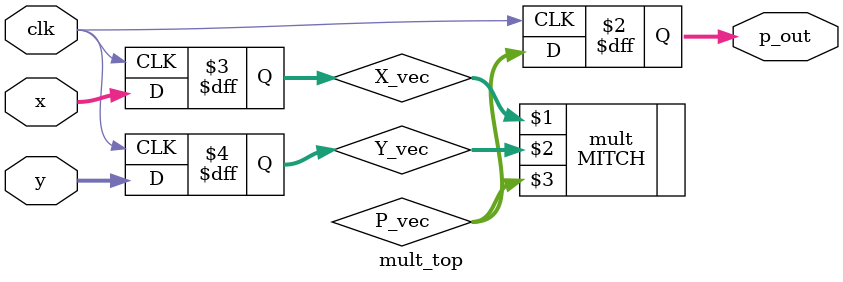
<source format=v>

`include "timescale.v"

module mult_top(
    // Clock and reset
    input clk,
    // Input X has a form x_i%d where %d denotes the bit number
    input  [15:0] x,
    // Input Y has a form y_i%d where %d denotes the bit number
    input  [15:0] y,
    // Output P has a form p_out%d where %d denotes the bit number
    output reg [31:0] p_out
    );

    
    // Now we have X_vec and Y_vec signal 
    // Then we do processing with these signals and store the 
    // intermidiate result in P_vec
    // For example purposes X_vec and Y_vec are concanated and stored in P_vec
    wire [31:0] P_vec;
    reg [15:0] X_vec;
    reg [15:0] Y_vec;
    
    MITCH mult(X_vec,Y_vec,P_vec); 

 
    always @(posedge clk) 
    begin
        p_out = P_vec;
        X_vec = x;
        Y_vec = y;
    end

endmodule 


</source>
